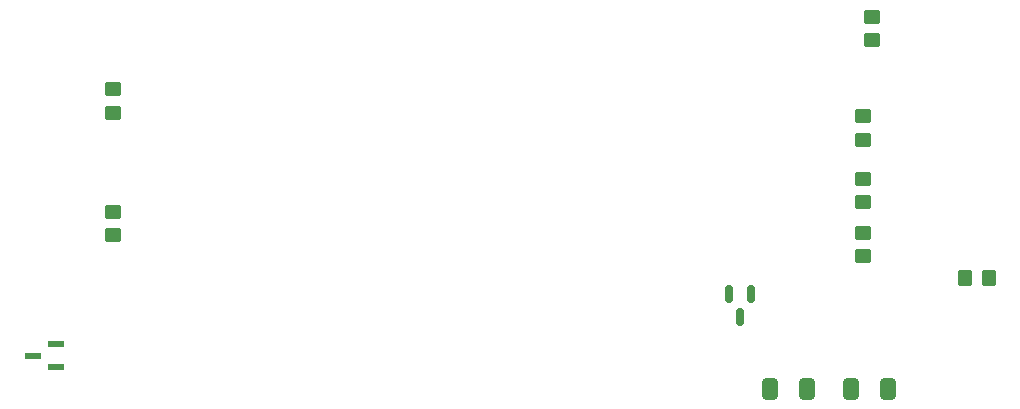
<source format=gbr>
%TF.GenerationSoftware,KiCad,Pcbnew,7.0.10*%
%TF.CreationDate,2024-03-26T13:20:43+05:30*%
%TF.ProjectId,PocketPCR,506f636b-6574-4504-9352-2e6b69636164,rev?*%
%TF.SameCoordinates,Original*%
%TF.FileFunction,Paste,Top*%
%TF.FilePolarity,Positive*%
%FSLAX46Y46*%
G04 Gerber Fmt 4.6, Leading zero omitted, Abs format (unit mm)*
G04 Created by KiCad (PCBNEW 7.0.10) date 2024-03-26 13:20:43*
%MOMM*%
%LPD*%
G01*
G04 APERTURE LIST*
G04 Aperture macros list*
%AMRoundRect*
0 Rectangle with rounded corners*
0 $1 Rounding radius*
0 $2 $3 $4 $5 $6 $7 $8 $9 X,Y pos of 4 corners*
0 Add a 4 corners polygon primitive as box body*
4,1,4,$2,$3,$4,$5,$6,$7,$8,$9,$2,$3,0*
0 Add four circle primitives for the rounded corners*
1,1,$1+$1,$2,$3*
1,1,$1+$1,$4,$5*
1,1,$1+$1,$6,$7*
1,1,$1+$1,$8,$9*
0 Add four rect primitives between the rounded corners*
20,1,$1+$1,$2,$3,$4,$5,0*
20,1,$1+$1,$4,$5,$6,$7,0*
20,1,$1+$1,$6,$7,$8,$9,0*
20,1,$1+$1,$8,$9,$2,$3,0*%
G04 Aperture macros list end*
%ADD10RoundRect,0.250000X-0.350000X-0.450000X0.350000X-0.450000X0.350000X0.450000X-0.350000X0.450000X0*%
%ADD11RoundRect,0.250000X-0.450000X0.350000X-0.450000X-0.350000X0.450000X-0.350000X0.450000X0.350000X0*%
%ADD12RoundRect,0.150000X-0.150000X0.587500X-0.150000X-0.587500X0.150000X-0.587500X0.150000X0.587500X0*%
%ADD13RoundRect,0.250000X-0.412500X-0.650000X0.412500X-0.650000X0.412500X0.650000X-0.412500X0.650000X0*%
%ADD14R,1.422400X0.558800*%
%ADD15RoundRect,0.250000X0.412500X0.650000X-0.412500X0.650000X-0.412500X-0.650000X0.412500X-0.650000X0*%
%ADD16RoundRect,0.250000X0.450000X-0.350000X0.450000X0.350000X-0.450000X0.350000X-0.450000X-0.350000X0*%
G04 APERTURE END LIST*
D10*
%TO.C,R1*%
X166904000Y-97551000D03*
X168904000Y-97551000D03*
%TD*%
D11*
%TO.C,R2*%
X159004000Y-75454000D03*
X159004000Y-77454000D03*
%TD*%
D12*
%TO.C,Q5*%
X148778000Y-98963000D03*
X146878000Y-98963000D03*
X147828000Y-100838000D03*
%TD*%
D11*
%TO.C,R3*%
X158242000Y-89170000D03*
X158242000Y-91170000D03*
%TD*%
D13*
%TO.C,C2*%
X150329500Y-106934000D03*
X153454500Y-106934000D03*
%TD*%
D14*
%TO.C,U1*%
X89865200Y-105092500D03*
X89865200Y-103187500D03*
X87934800Y-104140000D03*
%TD*%
D11*
%TO.C,R6*%
X94742000Y-91948000D03*
X94742000Y-93948000D03*
%TD*%
D15*
%TO.C,C1*%
X160312500Y-106934000D03*
X157187500Y-106934000D03*
%TD*%
D16*
%TO.C,R4*%
X158242000Y-95742000D03*
X158242000Y-93742000D03*
%TD*%
D11*
%TO.C,R7*%
X94742000Y-81566000D03*
X94742000Y-83566000D03*
%TD*%
D16*
%TO.C,R5*%
X158252000Y-85851000D03*
X158252000Y-83851000D03*
%TD*%
M02*

</source>
